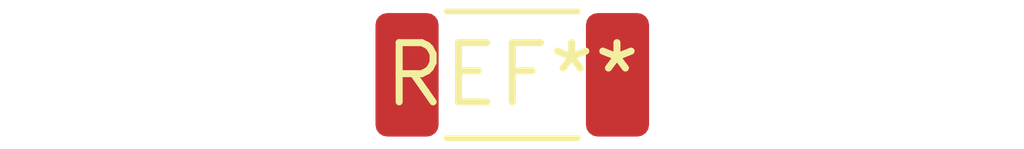
<source format=kicad_pcb>
(kicad_pcb (version 20240108) (generator pcbnew)
  (layers (0 "F.Cu" signal) (31 "B.Cu" signal) (34 "B.Paste" user) (35 "F.Paste" user) (36 "B.SilkS" user "B.Silkscreen") (37 "F.SilkS" user "F.Silkscreen") (38 "B.Mask" user) (39 "F.Mask" user) (44 "Edge.Cuts" user))
  (net 0 "")
  (footprint "Fuse_2010_5025Metric" (layer "F.Cu") (at 0 0)
    (property "Reference" "REF**")
    (property "Value" "Fuse_2010_5025Metric")
    (fp_line (start -1.402064 -1.36) (end 1.402064 -1.36) (layer "F.SilkS") (stroke (width 0.12)))
    (fp_line (start -1.402064 1.36) (end 1.402064 1.36) (layer "F.SilkS") (stroke (width 0.12)))
    (pad "1" smd roundrect (at -2.25 0) (size 1.35 2.65) (layers "F.Cu" "F.Paste" "F.Mask") (roundrect_rratio 0.185185))
    (pad "2" smd roundrect (at 2.25 0) (size 1.35 2.65) (layers "F.Cu" "F.Paste" "F.Mask") (roundrect_rratio 0.185185))
  )
)
</source>
